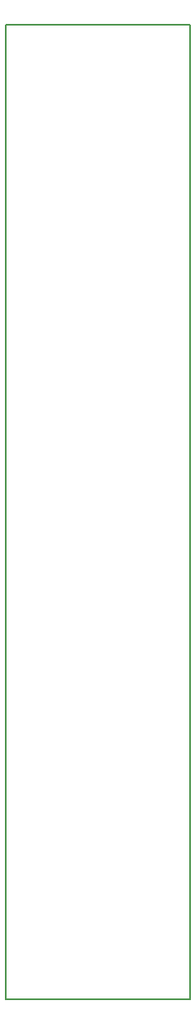
<source format=gbr>
G04 #@! TF.GenerationSoftware,KiCad,Pcbnew,(5.0.0)*
G04 #@! TF.CreationDate,2019-01-08T13:59:11-08:00*
G04 #@! TF.ProjectId,pcb,7063622E6B696361645F706362000000,rev?*
G04 #@! TF.SameCoordinates,Original*
G04 #@! TF.FileFunction,Profile,NP*
%FSLAX46Y46*%
G04 Gerber Fmt 4.6, Leading zero omitted, Abs format (unit mm)*
G04 Created by KiCad (PCBNEW (5.0.0)) date 01/08/19 13:59:11*
%MOMM*%
%LPD*%
G01*
G04 APERTURE LIST*
%ADD10C,0.150000*%
G04 APERTURE END LIST*
D10*
X138989000Y-149375160D02*
X138989000Y-49375160D01*
X138989000Y-149375160D02*
X157989000Y-149375160D01*
X157989000Y-49375160D02*
X157989000Y-149375160D01*
X138989000Y-49375160D02*
X157989000Y-49375160D01*
M02*

</source>
